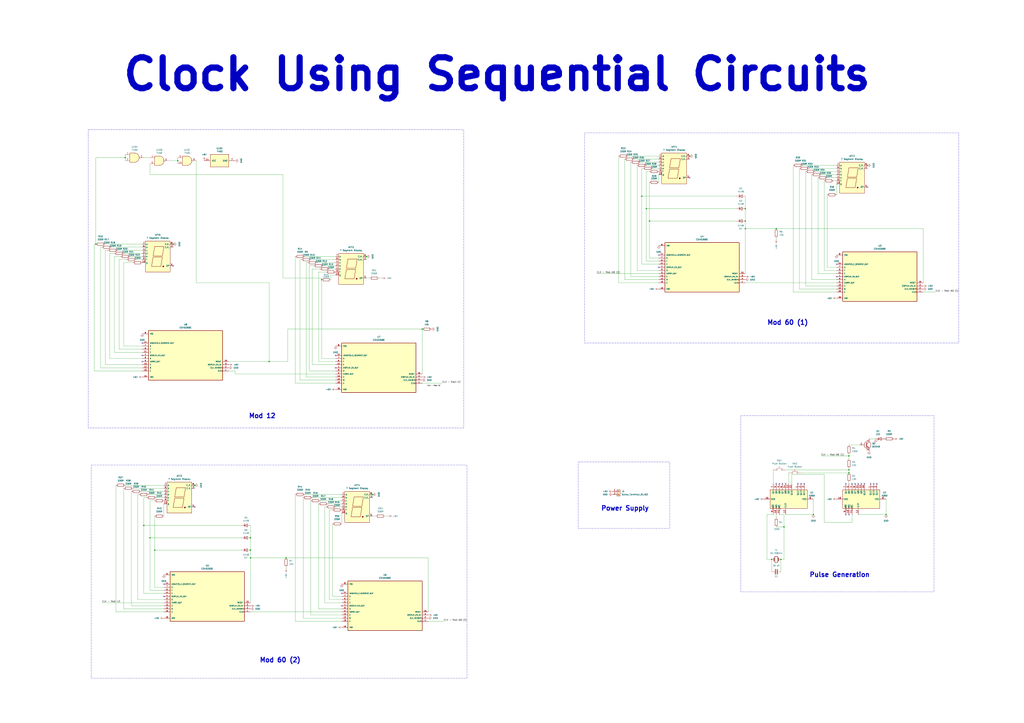
<source format=kicad_sch>
(kicad_sch (version 20250114) (generator "eeschema") (generator_version "9.0")
  (paper "A1")
  (rectangle (start 608.33 341.63) (end 767.08 486.41) (stroke (width 0) (type dash)))
  (rectangle (start 480.06 109.22) (end 787.4 281.94) (stroke (width 0) (type dash)))
  (rectangle (start 74.93 382.27) (end 383.54 557.53) (stroke (width 0) (type dash)))
  (rectangle (start 72.39 106.68) (end 381 351.79) (stroke (width 0) (type dash)))
  (rectangle (start 474.98 379.73) (end 549.91 434.34) (stroke (width 0) (type dash)))
  (text "Pulse Generation" (at 689.61 472.44 0) (effects (font (size 3.81 3.81) (thickness 0.762) (bold yes))))
  (text "Mod 60 (1)" (at 646.938 265.176 0) (effects (font (size 3.81 3.81) (thickness 0.762) (bold yes))))
  (text "CLK - Mod-12" (at 356.362 316.992 0) (effects (font (size 0.889 0.889))))
  (text "Power Supply" (at 513.334 417.83 0) (effects (font (size 3.81 3.81) (thickness 0.762) (bold yes))))
  (text "Clock Using Sequential Circuits" (at 408.178 61.214 0) (effects (font (size 25.4 25.4) (thickness 5.08) (bold yes))))
  (text "Mod 60 (2)" (at 230.124 542.544 0) (effects (font (size 3.81 3.81) (thickness 0.762) (bold yes))))
  (text "Mod 12" (at 215.392 341.884 0) (effects (font (size 3.81 3.81) (thickness 0.762) (bold yes))))
  (junction (at 641.35 459.74))
  (junction (at 533.4 181.61))
  (junction (at 697.23 386.08))
  (junction (at 142.24 200.66))
  (junction (at 612.14 171.45))
  (junction (at 346.71 270.51))
  (junction (at 697.23 374.65))
  (junction (at 300.99 210.82))
  (junction (at 264.16 229.87))
  (junction (at 633.73 459.74))
  (junction (at 205.74 452.12))
  (junction (at 727.71 422.91))
  (junction (at 234.95 458.47))
  (junction (at 127 452.12))
  (junction (at 530.86 171.45))
  (junction (at 527.05 161.29))
  (junction (at 566.42 128.27))
  (junction (at 205.74 441.96))
  (junction (at 306.07 406.4))
  (junction (at 118.11 431.8))
  (junction (at 643.89 433.07))
  (junction (at 612.14 187.96))
  (junction (at 637.54 187.96))
  (junction (at 146.05 132.08))
  (junction (at 220.98 297.18))
  (junction (at 697.23 388.62))
  (junction (at 160.02 398.78))
  (junction (at 712.47 135.89))
  (junction (at 78.74 200.66))
  (junction (at 102.87 129.54))
  (junction (at 668.02 422.91))
  (junction (at 205.74 458.47))
  (junction (at 123.19 441.96))
  (junction (at 612.14 181.61))
  (no_connect (at 116.84 281.94))
  (no_connect (at 566.42 146.05))
  (no_connect (at 160.02 416.56))
  (no_connect (at 142.24 218.44))
  (no_connect (at 116.84 297.18))
  (no_connect (at 640.08 397.51))
  (no_connect (at 116.84 292.1))
  (no_connect (at 687.07 227.33))
  (no_connect (at 717.55 397.51))
  (no_connect (at 694.69 397.51))
  (no_connect (at 709.93 397.51))
  (no_connect (at 655.32 397.51))
  (no_connect (at 637.54 397.51))
  (no_connect (at 275.59 302.26))
  (no_connect (at 642.62 397.51))
  (no_connect (at 707.39 397.51))
  (no_connect (at 704.85 397.51))
  (no_connect (at 541.02 209.55))
  (no_connect (at 657.86 397.51))
  (no_connect (at 720.09 397.51))
  (no_connect (at 712.47 153.67))
  (no_connect (at 280.67 487.68))
  (no_connect (at 699.77 397.51))
  (no_connect (at 134.62 490.22))
  (no_connect (at 694.69 422.91))
  (no_connect (at 134.62 480.06))
  (no_connect (at 275.59 292.1))
  (no_connect (at 687.07 217.17))
  (no_connect (at 697.23 422.91))
  (no_connect (at 280.67 497.84))
  (no_connect (at 715.01 397.51))
  (no_connect (at 541.02 219.71))
  (no_connect (at 702.31 397.51))
  (no_connect (at 645.16 397.51))
  (no_connect (at 660.4 397.51))
  (wire (pts (xy 138.43 132.08) (xy 146.05 132.08)))
  (wire (pts (xy 265.43 218.44) (xy 275.59 218.44)))
  (wire (pts (xy 629.92 459.74) (xy 629.92 422.91)))
  (wire (pts (xy 82.55 302.26) (xy 82.55 203.2)))
  (wire (pts (xy 533.4 212.09) (xy 541.02 212.09)))
  (wire (pts (xy 518.16 227.33) (xy 518.16 133.35)))
  (wire (pts (xy 533.4 181.61) (xy 533.4 212.09)))
  (wire (pts (xy 97.79 287.02) (xy 97.79 213.36)))
  (wire (pts (xy 679.45 160.02) (xy 679.45 219.71)))
  (wire (pts (xy 280.67 505.46) (xy 255.27 505.46)))
  (wire (pts (xy 758.19 240.03) (xy 768.35 240.03)))
  (wire (pts (xy 205.74 431.8) (xy 205.74 441.96)))
  (wire (pts (xy 641.35 459.74) (xy 641.35 469.9)))
  (wire (pts (xy 306.07 424.18) (xy 308.61 424.18)))
  (wire (pts (xy 275.59 297.18) (xy 261.62 297.18)))
  (wire (pts (xy 659.13 135.89) (xy 687.07 135.89)))
  (wire (pts (xy 115.57 403.86) (xy 134.62 403.86)))
  (wire (pts (xy 316.23 424.18) (xy 318.77 424.18)))
  (wire (pts (xy 687.07 224.79) (xy 671.83 224.79)))
  (wire (pts (xy 101.6 500.38) (xy 101.6 401.32)))
  (wire (pts (xy 118.11 487.68) (xy 118.11 431.8)))
  (wire (pts (xy 527.05 217.17) (xy 527.05 161.29)))
  (wire (pts (xy 187.96 304.8) (xy 193.04 304.8)))
  (wire (pts (xy 205.74 495.3) (xy 205.74 458.47)))
  (wire (pts (xy 266.7 416.56) (xy 267.97 416.56)))
  (wire (pts (xy 643.89 459.74) (xy 641.35 459.74)))
  (wire (pts (xy 633.73 459.74) (xy 633.73 469.9)))
  (wire (pts (xy 123.19 411.48) (xy 127 411.48)))
  (wire (pts (xy 346.71 307.34) (xy 346.71 270.51)))
  (wire (pts (xy 280.67 490.22) (xy 273.05 490.22)))
  (wire (pts (xy 650.24 397.51) (xy 650.24 389.89)))
  (wire (pts (xy 187.96 297.18) (xy 220.98 297.18)))
  (wire (pts (xy 697.23 384.81) (xy 697.23 386.08)))
  (wire (pts (xy 612.14 232.41) (xy 687.07 232.41)))
  (wire (pts (xy 530.86 171.45) (xy 604.52 171.45)))
  (wire (pts (xy 713.74 360.68) (xy 718.82 360.68)))
  (wire (pts (xy 656.59 237.49) (xy 656.59 138.43)))
  (wire (pts (xy 635 397.51) (xy 635 386.08)))
  (wire (pts (xy 530.86 214.63) (xy 541.02 214.63)))
  (wire (pts (xy 643.89 433.07) (xy 643.89 459.74)))
  (wire (pts (xy 541.02 227.33) (xy 518.16 227.33)))
  (wire (pts (xy 134.62 492.76) (xy 113.03 492.76)))
  (wire (pts (xy 533.4 149.86) (xy 533.4 181.61)))
  (wire (pts (xy 121.92 406.4) (xy 134.62 406.4)))
  (wire (pts (xy 95.25 502.92) (xy 95.25 398.78)))
  (wire (pts (xy 107.95 497.84) (xy 107.95 403.86)))
  (wire (pts (xy 116.84 299.72) (xy 86.36 299.72)))
  (wire (pts (xy 527.05 161.29) (xy 527.05 138.43)))
  (wire (pts (xy 664.21 138.43) (xy 687.07 138.43)))
  (wire (pts (xy 123.19 485.14) (xy 123.19 441.96)))
  (wire (pts (xy 160.02 398.78) (xy 160.02 401.32)))
  (wire (pts (xy 251.46 215.9) (xy 252.73 215.9)))
  (wire (pts (xy 699.77 429.26) (xy 699.77 422.91)))
  (wire (pts (xy 205.74 458.47) (xy 234.95 458.47)))
  (wire (pts (xy 113.03 492.76) (xy 113.03 406.4)))
  (wire (pts (xy 86.36 200.66) (xy 116.84 200.66)))
  (wire (pts (xy 612.14 187.96) (xy 637.54 187.96)))
  (wire (pts (xy 668.02 410.21) (xy 668.02 422.91)))
  (wire (pts (xy 254 304.8) (xy 254 218.44)))
  (wire (pts (xy 520.7 130.81) (xy 541.02 130.81)))
  (wire (pts (xy 674.37 143.51) (xy 687.07 143.51)))
  (wire (pts (xy 134.62 497.84) (xy 107.95 497.84)))
  (wire (pts (xy 246.38 213.36) (xy 247.65 213.36)))
  (wire (pts (xy 134.62 414.02) (xy 134.62 424.18)))
  (wire (pts (xy 697.23 374.65) (xy 697.23 377.19)))
  (wire (pts (xy 91.44 203.2) (xy 116.84 203.2)))
  (wire (pts (xy 643.89 422.91) (xy 643.89 433.07)))
  (wire (pts (xy 679.45 146.05) (xy 687.07 146.05)))
  (wire (pts (xy 311.15 228.6) (xy 313.69 228.6)))
  (wire (pts (xy 236.22 297.18) (xy 236.22 270.51)))
  (wire (pts (xy 527.05 138.43) (xy 528.32 138.43)))
  (wire (pts (xy 270.51 419.1) (xy 273.05 419.1)))
  (wire (pts (xy 280.67 500.38) (xy 261.62 500.38)))
  (wire (pts (xy 255.27 213.36) (xy 275.59 213.36)))
  (wire (pts (xy 116.84 302.26) (xy 82.55 302.26)))
  (wire (pts (xy 116.84 284.48) (xy 101.6 284.48)))
  (wire (pts (xy 101.6 284.48) (xy 101.6 215.9)))
  (wire (pts (xy 205.74 441.96) (xy 205.74 452.12)))
  (wire (pts (xy 704.85 422.91) (xy 727.71 422.91)))
  (wire (pts (xy 676.91 389.89) (xy 676.91 429.26)))
  (wire (pts (xy 640.08 422.91) (xy 643.89 422.91)))
  (wire (pts (xy 697.23 365.76) (xy 706.12 365.76)))
  (wire (pts (xy 234.95 467.36) (xy 234.95 466.09)))
  (wire (pts (xy 127 424.18) (xy 127 452.12)))
  (wire (pts (xy 530.86 135.89) (xy 541.02 135.89)))
  (wire (pts (xy 205.74 452.12) (xy 205.74 458.47)))
  (wire (pts (xy 758.19 187.96) (xy 758.19 232.41)))
  (wire (pts (xy 161.29 232.41) (xy 220.98 232.41)))
  (wire (pts (xy 123.19 143.51) (xy 123.19 134.62)))
  (wire (pts (xy 128.27 408.94) (xy 134.62 408.94)))
  (wire (pts (xy 220.98 297.18) (xy 236.22 297.18)))
  (wire (pts (xy 671.83 146.05) (xy 671.83 224.79)))
  (wire (pts (xy 254 218.44) (xy 257.81 218.44)))
  (wire (pts (xy 118.11 408.94) (xy 120.65 408.94)))
  (wire (pts (xy 280.67 430.53) (xy 280.67 421.64)))
  (wire (pts (xy 651.51 240.03) (xy 651.51 135.89)))
  (wire (pts (xy 109.22 401.32) (xy 134.62 401.32)))
  (wire (pts (xy 533.4 181.61) (xy 604.52 181.61)))
  (wire (pts (xy 146.05 132.08) (xy 146.05 134.62)))
  (wire (pts (xy 261.62 223.52) (xy 267.97 223.52)))
  (wire (pts (xy 275.59 294.64) (xy 264.16 294.64)))
  (wire (pts (xy 264.16 229.87) (xy 264.16 294.64)))
  (wire (pts (xy 232.41 143.51) (xy 123.19 143.51)))
  (wire (pts (xy 77.47 304.8) (xy 77.47 200.66)))
  (wire (pts (xy 527.05 161.29) (xy 604.52 161.29)))
  (wire (pts (xy 102.87 129.54) (xy 78.74 129.54)))
  (wire (pts (xy 78.74 200.66) (xy 78.74 129.54)))
  (wire (pts (xy 530.86 214.63) (xy 530.86 171.45)))
  (wire (pts (xy 246.38 312.42) (xy 246.38 213.36)))
  (wire (pts (xy 256.54 408.94) (xy 280.67 408.94)))
  (wire (pts (xy 123.19 441.96) (xy 198.12 441.96)))
  (wire (pts (xy 300.99 228.6) (xy 303.53 228.6)))
  (wire (pts (xy 106.68 210.82) (xy 116.84 210.82)))
  (wire (pts (xy 271.78 226.06) (xy 271.78 229.87)))
  (wire (pts (xy 676.91 148.59) (xy 676.91 222.25)))
  (wire (pts (xy 637.54 433.07) (xy 643.89 433.07)))
  (wire (pts (xy 234.95 458.47) (xy 351.79 458.47)))
  (wire (pts (xy 541.02 229.87) (xy 513.08 229.87)))
  (wire (pts (xy 90.17 294.64) (xy 90.17 208.28)))
  (wire (pts (xy 97.79 213.36) (xy 104.14 213.36)))
  (wire (pts (xy 523.24 222.25) (xy 523.24 135.89)))
  (wire (pts (xy 687.07 237.49) (xy 656.59 237.49)))
  (wire (pts (xy 275.59 299.72) (xy 256.54 299.72)))
  (wire (pts (xy 256.54 299.72) (xy 256.54 220.98)))
  (wire (pts (xy 96.52 205.74) (xy 116.84 205.74)))
  (wire (pts (xy 271.78 226.06) (xy 275.59 226.06)))
  (wire (pts (xy 687.07 240.03) (xy 651.51 240.03)))
  (wire (pts (xy 669.29 140.97) (xy 687.07 140.97)))
  (wire (pts (xy 280.67 510.54) (xy 242.57 510.54)))
  (wire (pts (xy 629.92 422.91) (xy 635 422.91)))
  (wire (pts (xy 687.07 229.87) (xy 666.75 229.87)))
  (wire (pts (xy 93.98 289.56) (xy 93.98 210.82)))
  (wire (pts (xy 118.11 431.8) (xy 118.11 408.94)))
  (wire (pts (xy 637.54 422.91) (xy 637.54 425.45)))
  (wire (pts (xy 280.67 508) (xy 248.92 508)))
  (wire (pts (xy 637.54 195.58) (xy 637.54 196.85)))
  (wire (pts (xy 300.99 210.82) (xy 300.99 213.36)))
  (wire (pts (xy 82.55 203.2) (xy 83.82 203.2)))
  (wire (pts (xy 205.74 502.92) (xy 280.67 502.92)))
  (wire (pts (xy 118.11 129.54) (xy 123.19 129.54)))
  (wire (pts (xy 116.84 294.64) (xy 90.17 294.64)))
  (wire (pts (xy 612.14 161.29) (xy 612.14 171.45)))
  (wire (pts (xy 273.05 430.53) (xy 273.05 490.22)))
  (wire (pts (xy 275.59 314.96) (xy 242.57 314.96)))
  (wire (pts (xy 647.7 397.51) (xy 647.7 388.62)))
  (wire (pts (xy 90.17 208.28) (xy 93.98 208.28)))
  (wire (pts (xy 687.07 219.71) (xy 679.45 219.71)))
  (wire (pts (xy 255.27 505.46) (xy 255.27 411.48)))
  (wire (pts (xy 232.41 228.6) (xy 264.16 228.6)))
  (wire (pts (xy 612.14 181.61) (xy 612.14 187.96)))
  (wire (pts (xy 527.05 217.17) (xy 541.02 217.17)))
  (wire (pts (xy 697.23 386.08) (xy 697.23 388.62)))
  (wire (pts (xy 101.6 208.28) (xy 116.84 208.28)))
  (wire (pts (xy 637.54 187.96) (xy 758.19 187.96)))
  (wire (pts (xy 113.03 406.4) (xy 114.3 406.4)))
  (wire (pts (xy 134.62 485.14) (xy 123.19 485.14)))
  (wire (pts (xy 666.75 229.87) (xy 666.75 143.51)))
  (wire (pts (xy 77.47 200.66) (xy 78.74 200.66)))
  (wire (pts (xy 541.02 232.41) (xy 508 232.41)))
  (wire (pts (xy 134.62 500.38) (xy 101.6 500.38)))
  (wire (pts (xy 280.67 495.3) (xy 266.7 495.3)))
  (wire (pts (xy 250.19 210.82) (xy 275.59 210.82)))
  (wire (pts (xy 676.91 429.26) (xy 699.77 429.26)))
  (wire (pts (xy 134.62 502.92) (xy 95.25 502.92)))
  (wire (pts (xy 280.67 492.76) (xy 270.51 492.76)))
  (wire (pts (xy 535.94 138.43) (xy 541.02 138.43)))
  (wire (pts (xy 256.54 220.98) (xy 262.89 220.98)))
  (wire (pts (xy 116.84 287.02) (xy 97.79 287.02)))
  (wire (pts (xy 264.16 229.87) (xy 264.16 228.6)))
  (wire (pts (xy 242.57 314.96) (xy 242.57 210.82)))
  (wire (pts (xy 270.51 419.1) (xy 270.51 492.76)))
  (wire (pts (xy 102.87 127) (xy 102.87 129.54)))
  (wire (pts (xy 530.86 140.97) (xy 533.4 140.97)))
  (wire (pts (xy 193.04 304.8) (xy 193.04 307.34)))
  (wire (pts (xy 248.92 508) (xy 248.92 408.94)))
  (wire (pts (xy 116.84 289.56) (xy 93.98 289.56)))
  (wire (pts (xy 116.84 304.8) (xy 77.47 304.8)))
  (wire (pts (xy 275.59 312.42) (xy 246.38 312.42)))
  (wire (pts (xy 127 482.6) (xy 134.62 482.6)))
  (wire (pts (xy 242.57 510.54) (xy 242.57 406.4)))
  (wire (pts (xy 687.07 160.02) (xy 687.07 151.13)))
  (wire (pts (xy 541.02 222.25) (xy 523.24 222.25)))
  (wire (pts (xy 261.62 500.38) (xy 261.62 414.02)))
  (wire (pts (xy 193.04 307.34) (xy 275.59 307.34)))
  (wire (pts (xy 102.87 129.54) (xy 102.87 132.08)))
  (wire (pts (xy 513.08 229.87) (xy 513.08 130.81)))
  (wire (pts (xy 712.47 135.89) (xy 712.47 138.43)))
  (wire (pts (xy 612.14 171.45) (xy 612.14 181.61)))
  (wire (pts (xy 633.73 459.74) (xy 629.92 459.74)))
  (wire (pts (xy 275.59 309.88) (xy 251.46 309.88)))
  (wire (pts (xy 262.89 411.48) (xy 280.67 411.48)))
  (wire (pts (xy 645.16 386.08) (xy 697.23 386.08)))
  (wire (pts (xy 250.19 406.4) (xy 280.67 406.4)))
  (wire (pts (xy 697.23 373.38) (xy 697.23 374.65)))
  (wire (pts (xy 351.79 458.47) (xy 351.79 502.92)))
  (wire (pts (xy 612.14 224.79) (xy 612.14 187.96)))
  (wire (pts (xy 269.24 414.02) (xy 280.67 414.02)))
  (wire (pts (xy 657.86 388.62) (xy 697.23 388.62)))
  (wire (pts (xy 346.71 314.96) (xy 363.22 314.96)))
  (wire (pts (xy 490.22 224.79) (xy 541.02 224.79)))
  (wire (pts (xy 127 452.12) (xy 127 482.6)))
  (wire (pts (xy 306.07 406.4) (xy 306.07 408.94)))
  (wire (pts (xy 270.51 220.98) (xy 275.59 220.98)))
  (wire (pts (xy 525.78 133.35) (xy 541.02 133.35)))
  (wire (pts (xy 508 232.41) (xy 508 128.27)))
  (wire (pts (xy 123.19 441.96) (xy 123.19 411.48)))
  (wire (pts (xy 530.86 171.45) (xy 530.86 140.97)))
  (wire (pts (xy 697.23 396.24) (xy 697.23 397.51)))
  (wire (pts (xy 220.98 232.41) (xy 220.98 297.18)))
  (wire (pts (xy 351.79 510.54) (xy 364.49 510.54)))
  (wire (pts (xy 161.29 132.08) (xy 161.29 232.41)))
  (wire (pts (xy 86.36 299.72) (xy 86.36 205.74)))
  (wire (pts (xy 102.87 398.78) (xy 134.62 398.78)))
  (wire (pts (xy 83.82 495.3) (xy 134.62 495.3)))
  (wire (pts (xy 515.62 128.27) (xy 541.02 128.27)))
  (wire (pts (xy 684.53 148.59) (xy 687.07 148.59)))
  (wire (pts (xy 645.16 422.91) (xy 668.02 422.91)))
  (wire (pts (xy 232.41 228.6) (xy 232.41 143.51)))
  (wire (pts (xy 275.59 304.8) (xy 254 304.8)))
  (wire (pts (xy 111.76 213.36) (xy 116.84 213.36)))
  (wire (pts (xy 118.11 431.8) (xy 198.12 431.8)))
  (wire (pts (xy 275.59 416.56) (xy 280.67 416.56)))
  (wire (pts (xy 541.02 149.86) (xy 541.02 143.51)))
  (wire (pts (xy 127 452.12) (xy 198.12 452.12)))
  (wire (pts (xy 261.62 297.18) (xy 261.62 223.52)))
  (wire (pts (xy 101.6 215.9) (xy 109.22 215.9)))
  (wire (pts (xy 687.07 234.95) (xy 661.67 234.95)))
  (wire (pts (xy 134.62 487.68) (xy 118.11 487.68)))
  (wire (pts (xy 251.46 309.88) (xy 251.46 215.9)))
  (wire (pts (xy 86.36 205.74) (xy 88.9 205.74)))
  (wire (pts (xy 142.24 200.66) (xy 142.24 203.2)))
  (wire (pts (xy 566.42 128.27) (xy 566.42 130.81)))
  (wire (pts (xy 674.37 374.65) (xy 697.23 374.65)))
  (wire (pts (xy 661.67 234.95) (xy 661.67 140.97)))
  (wire (pts (xy 260.35 215.9) (xy 275.59 215.9)))
  (wire (pts (xy 266.7 416.56) (xy 266.7 495.3)))
  (wire (pts (xy 236.22 270.51) (xy 346.71 270.51)))
  (wire (pts (xy 146.05 129.54) (xy 146.05 132.08)))
  (wire (pts (xy 650.24 389.89) (xy 676.91 389.89)))
  (wire (pts (xy 687.07 222.25) (xy 676.91 222.25)))
  (wire (pts (xy 93.98 210.82) (xy 99.06 210.82)))
  (wire (pts (xy 727.71 410.21) (xy 727.71 422.91)))
  (label "CLK - Mod-60 (2)" (at 490.22 224.79 0))
  (label "CLK - Mod-60 (1)" (at 768.35 240.03 0))
  (label "CLK - Mod-12" (at 363.22 314.96 0))
  (label "CLK - Mod-60 (1)" (at 674.37 374.65 0))
  (label "CLK - Mod-12" (at 83.82 495.3 0))
  (label "CLK - Mod-60 (2)" (at 364.49 510.54 0))
  (symbol (lib_id "power:+6V") (at 637.54 196.85 180) (unit 1)
    (property "Reference" "#PWR017" (effects (hide yes)))
    (property "Value" "+6V" (at 637.5399 200.66 90) (effects (justify left)))
    (property "Description" "Power symbol creates a global label with name \"+6V\"" (effects (hide yes)))
  )
  (symbol (lib_id "Device:Crystal") (at 637.54 459.74 0) (unit 1)
    (property "Reference" "Y1" (at 637.54 452.12 0))
    (property "Value" "32.768kHz" (at 637.54 454.66 0))
    (property "Footprint" "Crystal:Crystal_DS10_D1.0mm_L4.3mm_Vertical" (effects (hide yes)))
    (property "Description" "Two pin crystal" (effects (hide yes)))
  )
  (symbol (lib_id "Device:R") (at 105.41 401.32 90) (unit 1)
    (property "Reference" "R38" (at 105.41 394.97 90))
    (property "Value" "330R" (at 105.41 397.51 90))
    (property "Footprint" "Resistor_SMD:R_0805_2012Metric" (effects (hide yes)))
    (property "Description" "Resistor" (effects (hide yes)))
  )
  (symbol (lib_id "Device:R") (at 276.86 419.1 90) (unit 1)
    (property "Reference" "R49" (at 276.86 412.75 90))
    (property "Value" "330R" (at 276.86 415.29 90))
    (property "Footprint" "Resistor_SMD:R_0805_2012Metric" (effects (hide yes)))
    (property "Description" "Resistor" (effects (hide yes)))
  )
  (symbol (lib_id "CD4026BE:CD4026BE") (at 311.15 302.26 180) (unit 1)
    (property "Reference" "U7" (at 311.15 276.86 0))
    (property "Value" "CD4026BE" (at 311.15 279.4 0))
    (property "Footprint" "Package_DIP:DIP-16_W7.62mm" (effects (hide yes)))
    (property "MF" "Texas Instruments" (effects (hide yes)))
    (property "Description_1" "CMOS Decade Counter/Divider with Decoded 7-Segment Display Outputs and Display Enable" (effects (hide yes)))
    (property "Package" "PDIP-16 Texas Instruments" (effects (hide yes)))
    (property "Price" "None" (effects (hide yes)))
    (property "SnapEDA_Link" "https://www.snapeda.com/parts/CD4026BE/Texas+Instruments/view-part/?ref=snap" (effects (hide yes)))
    (property "MP" "CD4026BE" (effects (hide yes)))
    (property "Availability" "In Stock" (effects (hide yes)))
    (property "Check_prices" "https://www.snapeda.com/parts/CD4026BE/Texas+Instruments/view-part/?ref=eda" (effects (hide yes)))
  )
  (symbol (lib_id "power:GND") (at 275.59 284.48 0) (unit 1)
    (property "Reference" "#PWR029" (effects (hide yes)))
    (property "Value" "GND" (at 275.59 289.56 0))
    (property "Description" "Power symbol creates a global label with name \"GND\" , ground" (effects (hide yes)))
  )
  (symbol (lib_id "power:GND") (at 668.02 422.91 0) (unit 1)
    (property "Reference" "#PWR03" (effects (hide yes)))
    (property "Value" "GND" (at 668.02 427.99 0))
    (property "Description" "Power symbol creates a global label with name \"GND\" , ground" (effects (hide yes)))
  )
  (symbol (lib_id "Device:C") (at 637.54 469.9 90) (unit 1)
    (property "Reference" "C1" (at 637.54 473.71 90))
    (property "Value" "30 pF" (at 637.54 464.82 90))
    (property "Footprint" "Capacitor_SMD:C_0805_2012Metric" (effects (hide yes)))
    (property "Description" "Unpolarized capacitor" (effects (hide yes)))
  )
  (symbol (lib_id "power:GND") (at 713.74 370.84 0) (unit 1)
    (property "Reference" "#PWR05" (effects (hide yes)))
    (property "Value" "GND" (at 713.74 375.92 0))
    (property "Description" "Power symbol creates a global label with name \"GND\" , ground" (effects (hide yes)))
  )
  (symbol (lib_id "power:GND") (at 346.71 312.42 90) (unit 1)
    (property "Reference" "#PWR034" (effects (hide yes)))
    (property "Value" "GND" (at 350.52 312.4199 90) (effects (justify right)))
    (property "Description" "Power symbol creates a global label with name \"GND\" , ground" (effects (hide yes)))
  )
  (symbol (lib_id "Device:R") (at 312.42 424.18 90) (unit 1)
    (property "Reference" "R52" (at 312.42 417.83 90))
    (property "Value" "330R" (at 312.42 420.37 90))
    (property "Footprint" "Resistor_SMD:R_0805_2012Metric" (effects (hide yes)))
    (property "Description" "Resistor" (effects (hide yes)))
  )
  (symbol (lib_id "4xxx:4060") (at 647.7 410.21 90) (unit 1)
    (property "Reference" "U1" (at 666.75 404.7646 90))
    (property "Value" "4060" (at 666.75 407.3046 90))
    (property "Footprint" "Package_SO:SOIC-16_3.9x9.9mm_P1.27mm" (effects (hide yes)))
    (property "Datasheet" "https://www.st.com/resource/en/datasheet/m74hc4060.pdf" (effects (hide yes)))
    (property "Description" "Binary counter (14-stages) and oscillator" (effects (hide yes)))
  )
  (symbol (lib_id "power:GND") (at 205.74 500.38 90) (unit 1)
    (property "Reference" "#PWR023" (effects (hide yes)))
    (property "Value" "GND" (at 209.55 500.3799 90) (effects (justify right)))
    (property "Description" "Power symbol creates a global label with name \"GND\" , ground" (effects (hide yes)))
  )
  (symbol (lib_id "Device:R") (at 256.54 215.9 90) (unit 1)
    (property "Reference" "R10" (at 256.54 209.55 90))
    (property "Value" "330R" (at 256.54 212.09 90))
    (property "Footprint" "Resistor_SMD:R_0805_2012Metric" (effects (hide yes)))
    (property "Description" "Resistor" (effects (hide yes)))
  )
  (symbol (lib_id "Display_Character:LTS-6980HR") (at 293.37 416.56 0) (unit 1)
    (property "Reference" "AFF4" (at 293.37 398.78 0))
    (property "Value" "7 Segment Display" (at 293.37 401.32 0))
    (property "Footprint" "Display_7Segment:7SegmentLED_LTS6760_LTS6780" (effects (hide yes)))
    (property "Datasheet" "http://datasheet.octopart.com/LTS-6960HR-Lite-On-datasheet-11803242.pdf" (effects (hide yes)))
    (property "Description" "DISPLAY 7 SEGMENTS common K, high efficient red" (effects (hide yes)))
  )
  (symbol (lib_id "Device:R") (at 97.79 208.28 90) (unit 1)
    (property "Reference" "R19" (at 97.79 201.93 90))
    (property "Value" "330R" (at 97.79 204.47 90))
    (property "Footprint" "Resistor_SMD:R_0805_2012Metric" (effects (hide yes)))
    (property "Description" "Resistor" (effects (hide yes)))
  )
  (symbol (lib_id "Device:R") (at 637.54 191.77 180) (unit 1)
    (property "Reference" "R6" (at 640.08 190.4999 0) (effects (justify right)))
    (property "Value" "10k" (at 640.08 193.0399 0) (effects (justify right)))
    (property "Footprint" "Resistor_SMD:R_0805_2012Metric" (effects (hide yes)))
    (property "Description" "Resistor" (effects (hide yes)))
  )
  (symbol (lib_id "Device:R") (at 267.97 229.87 270) (unit 1)
    (property "Reference" "R15" (at 267.97 225.806 90))
    (property "Value" "330R" (at 267.97 227.584 90))
    (property "Footprint" "Resistor_SMD:R_0805_2012Metric" (effects (hide yes)))
    (property "Description" "Resistor" (effects (hide yes)))
  )
  (symbol (lib_id "Device:R") (at 655.32 135.89 90) (unit 1)
    (property "Reference" "R30" (at 655.32 129.54 90))
    (property "Value" "330R" (at 655.32 132.08 90))
    (property "Footprint" "Resistor_SMD:R_0805_2012Metric" (effects (hide yes)))
    (property "Description" "Resistor" (effects (hide yes)))
  )
  (symbol (lib_id "Connector:Screw_Terminal_01x02") (at 508 403.86 0) (unit 1)
    (property "Reference" "J1" (at 510.54 403.8599 0) (effects (justify left)))
    (property "Value" "Screw_Terminal_01x02" (at 510.54 406.3999 0) (effects (justify left)))
    (property "Footprint" "TerminalBlock_Phoenix:TerminalBlock_Phoenix_PT-1,5-2-5.0-H_1x02_P5.00mm_Horizontal" (effects (hide yes)))
    (property "Description" "Generic screw terminal, single row, 01x02, script generated (kicad-library-utils/schlib/autogen/connector/)" (effects (hide yes)))
  )
  (symbol (lib_id "Device:LED") (at 722.63 360.68 0) (unit 1)
    (property "Reference" "D1" (at 721.0425 354.33 0))
    (property "Value" "LED" (at 721.0425 356.87 0))
    (property "Footprint" "LED_SMD:LED_0805_2012Metric" (effects (hide yes)))
    (property "Description" "Light emitting diode" (effects (hide yes)))
    (property "Sim.Pins" "1=K 2=A" (effects (hide yes)))
  )
  (symbol (lib_id "power:GND") (at 351.79 508 90) (unit 1)
    (property "Reference" "#PWR028" (effects (hide yes)))
    (property "Value" "GND" (at 355.6 507.9999 90) (effects (justify right)))
    (property "Description" "Power symbol creates a global label with name \"GND\" , ground" (effects (hide yes)))
  )
  (symbol (lib_id "Device:R") (at 697.23 381 0) (unit 1)
    (property "Reference" "R3" (at 699.77 379.7299 0) (effects (justify left)))
    (property "Value" "10k" (at 699.77 382.2699 0) (effects (justify left)))
    (property "Footprint" "Resistor_SMD:R_0805_2012Metric" (effects (hide yes)))
    (property "Description" "Resistor" (effects (hide yes)))
  )
  (symbol (lib_id "Device:R") (at 521.97 133.35 90) (unit 1)
    (property "Reference" "R25" (at 521.97 127 90))
    (property "Value" "330R" (at 521.97 129.54 90))
    (property "Footprint" "Resistor_SMD:R_0805_2012Metric" (effects (hide yes)))
    (property "Description" "Resistor" (effects (hide yes)))
  )
  (symbol (lib_id "Device:R") (at 251.46 213.36 90) (unit 1)
    (property "Reference" "R9" (at 251.46 207.01 90))
    (property "Value" "330R" (at 251.46 209.55 90))
    (property "Footprint" "Resistor_SMD:R_0805_2012Metric" (effects (hide yes)))
    (property "Description" "Resistor" (effects (hide yes)))
  )
  (symbol (lib_id "Device:R") (at 637.54 429.26 180) (unit 1)
    (property "Reference" "R1" (at 639.826 429.26 0) (effects (justify right)))
    (property "Value" "330k" (at 635.762 434.848 0) (effects (justify right)))
    (property "Footprint" "Resistor_SMD:R_0805_2012Metric" (effects (hide yes)))
    (property "Description" "Resistor" (effects (hide yes)))
  )
  (symbol (lib_id "Device:R") (at 697.23 369.57 0) (unit 1)
    (property "Reference" "R4" (at 699.77 368.2999 0) (effects (justify left)))
    (property "Value" "100k" (at 699.77 370.8399 0) (effects (justify left)))
    (property "Footprint" "Resistor_SMD:R_0805_2012Metric" (effects (hide yes)))
    (property "Description" "Resistor" (effects (hide yes)))
  )
  (symbol (lib_id "Device:R") (at 680.72 148.59 90) (unit 1)
    (property "Reference" "R35" (at 680.72 142.24 90))
    (property "Value" "330R" (at 680.72 144.78 90))
    (property "Footprint" "Resistor_SMD:R_0805_2012Metric" (effects (hide yes)))
    (property "Description" "Resistor" (effects (hide yes)))
  )
  (symbol (lib_id "power:GND") (at 116.84 274.32 0) (unit 1)
    (property "Reference" "#PWR035" (effects (hide yes)))
    (property "Value" "GND" (at 116.84 279.4 0))
    (property "Description" "Power symbol creates a global label with name \"GND\" , ground" (effects (hide yes)))
  )
  (symbol (lib_id "power:GND") (at 727.71 422.91 0) (unit 1)
    (property "Reference" "#PWR04" (effects (hide yes)))
    (property "Value" "GND" (at 727.71 427.99 0))
    (property "Description" "Power symbol creates a global label with name \"GND\" , ground" (effects (hide yes)))
  )
  (symbol (lib_id "Device:D_Zener") (at 201.93 452.12 0) (unit 1)
    (property "Reference" "D7" (at 201.93 458.47 0))
    (property "Value" "4148" (at 201.93 455.93 0))
    (property "Footprint" "Diode_THT:D_DO-35_SOD27_P7.62mm_Horizontal" (effects (hide yes)))
    (property "Description" "Zener diode" (effects (hide yes)))
  )
  (symbol (lib_id "power:+6V") (at 275.59 320.04 90) (unit 1)
    (property "Reference" "#PWR030" (effects (hide yes)))
    (property "Value" "+6V" (at 271.78 320.0399 90) (effects (justify left)))
    (property "Description" "Power symbol creates a global label with name \"+6V\"" (effects (hide yes)))
  )
  (symbol (lib_id "power:GND") (at 502.92 406.4 270) (unit 1)
    (property "Reference" "#PWR043" (effects (hide yes)))
    (property "Value" "GND" (at 499.11 406.3999 90) (effects (justify right)))
    (property "Description" "Power symbol creates a global label with name \"GND\" , ground" (effects (hide yes)))
  )
  (symbol (lib_id "power:+6V") (at 541.02 237.49 90) (unit 1)
    (property "Reference" "#PWR09" (effects (hide yes)))
    (property "Value" "+6V" (at 537.21 237.4899 90) (effects (justify left)))
    (property "Description" "Power symbol creates a global label with name \"+6V\"" (effects (hide yes)))
  )
  (symbol (lib_id "power:GND") (at 187.96 302.26 90) (unit 1)
    (property "Reference" "#PWR040" (effects (hide yes)))
    (property "Value" "GND" (at 191.77 302.2599 90) (effects (justify right)))
    (property "Description" "Power symbol creates a global label with name \"GND\" , ground" (effects (hide yes)))
  )
  (symbol (lib_id "power:GND") (at 134.62 472.44 0) (unit 1)
    (property "Reference" "#PWR018" (effects (hide yes)))
    (property "Value" "GND" (at 134.62 477.52 0))
    (property "Description" "Power symbol creates a global label with name \"GND\" , ground" (effects (hide yes)))
  )
  (symbol (lib_id "power:GND") (at 160.02 398.78 90) (unit 1)
    (property "Reference" "#PWR020" (effects (hide yes)))
    (property "Value" "GND" (at 165.1 398.78 0))
    (property "Description" "Power symbol creates a global label with name \"GND\" , ground" (effects (hide yes)))
  )
  (symbol (lib_id "Device:D_Zener") (at 201.93 431.8 0) (unit 1)
    (property "Reference" "D5" (at 201.93 425.45 0))
    (property "Value" "4148" (at 201.93 427.99 0))
    (property "Footprint" "Diode_THT:D_DO-35_SOD27_P7.62mm_Horizontal" (effects (hide yes)))
    (property "Description" "Zener diode" (effects (hide yes)))
  )
  (symbol (lib_id "74xx:7400") (at 153.67 132.08 0) (unit 3)
    (property "Reference" "U10" (at 153.6617 123.19 0))
    (property "Value" "7400" (at 153.6617 125.73 0))
    (property "Footprint" "Package_DIP:DIP-14_W10.16mm" (effects (hide yes)))
    (property "Datasheet" "http://www.ti.com/lit/gpn/sn7400" (effects (hide yes)))
    (property "Description" "quad 2-input NAND gate" (effects (hide yes)))
  )
  (symbol (lib_id "Device:R") (at 532.13 138.43 90) (unit 1)
    (property "Reference" "R27" (at 532.13 132.08 90))
    (property "Value" "330R" (at 532.13 134.62 90))
    (property "Footprint" "Resistor_SMD:R_0805_2012Metric" (effects (hide yes)))
    (property "Description" "Resistor" (effects (hide yes)))
  )
  (symbol (lib_id "Device:R") (at 527.05 135.89 90) (unit 1)
    (property "Reference" "R26" (at 527.05 129.54 90))
    (property "Value" "330R" (at 527.05 132.08 90))
    (property "Footprint" "Resistor_SMD:R_0805_2012Metric" (effects (hide yes)))
    (property "Description" "Resistor" (effects (hide yes)))
  )
  (symbol (lib_id "power:+6V") (at 687.07 410.21 90) (unit 1)
    (property "Reference" "#PWR02" (effects (hide yes)))
    (property "Value" "+6V" (at 683.26 410.2099 90) (effects (justify left)))
    (property "Description" "Power symbol creates a global label with name \"+6V\"" (effects (hide yes)))
  )
  (symbol (lib_id "Transistor_BJT:BC548") (at 711.2 365.76 0) (unit 1)
    (property "Reference" "Q2" (at 716.28 364.4899 0) (effects (justify left)))
    (property "Value" "BC548" (at 716.28 367.0299 0) (effects (justify left)))
    (property "Footprint" "Package_TO_SOT_THT:TO-92_Inline" (effects (hide yes)))
    (property "Datasheet" "https://www.onsemi.com/pub/Collateral/BC550-D.pdf" (effects (hide yes)))
    (property "Description" "0.1A Ic, 30V Vce, Small Signal NPN Transistor, TO-92" (effects (hide yes)))
  )
  (symbol (lib_id "Device:R") (at 271.78 416.56 90) (unit 1)
    (property "Reference" "R48" (at 271.78 410.21 90))
    (property "Value" "330R" (at 271.78 412.75 90))
    (property "Footprint" "Resistor_SMD:R_0805_2012Metric" (effects (hide yes)))
    (property "Description" "Resistor" (effects (hide yes)))
  )
  (symbol (lib_id "Device:R") (at 87.63 203.2 90) (unit 1)
    (property "Reference" "R17" (at 87.63 196.85 90))
    (property "Value" "330R" (at 87.63 199.39 90))
    (property "Footprint" "Resistor_SMD:R_0805_2012Metric" (effects (hide yes)))
    (property "Description" "Resistor" (effects (hide yes)))
  )
  (symbol (lib_id "Display_Character:LTS-6980HR") (at 288.29 220.98 0) (unit 1)
    (property "Reference" "AFF5" (at 288.29 203.2 0))
    (property "Value" "7 Segment Display" (at 288.29 205.74 0))
    (property "Footprint" "Display_7Segment:7SegmentLED_LTS6760_LTS6780" (effects (hide yes)))
    (property "Datasheet" "http://datasheet.octopart.com/LTS-6960HR-Lite-On-datasheet-11803242.pdf" (effects (hide yes)))
    (property "Description" "DISPLAY 7 SEGMENTS common K, high efficient red" (effects (hide yes)))
  )
  (symbol (lib_id "Device:R") (at 234.95 462.28 180) (unit 1)
    (property "Reference" "R7" (at 237.49 461.0099 0) (effects (justify right)))
    (property "Value" "10k" (at 237.49 463.5499 0) (effects (justify right)))
    (property "Footprint" "Resistor_SMD:R_0805_2012Metric" (effects (hide yes)))
    (property "Description" "Resistor" (effects (hide yes)))
  )
  (symbol (lib_id "Device:R") (at 246.38 210.82 270) (unit 1)
    (property "Reference" "R14" (at 246.38 204.47 90))
    (property "Value" "330R" (at 246.38 207.01 90))
    (property "Footprint" "Resistor_SMD:R_0805_2012Metric" (effects (hide yes)))
    (property "Description" "Resistor" (effects (hide yes)))
  )
  (symbol (lib_id "power:+6V") (at 116.84 309.88 90) (unit 1)
    (property "Reference" "#PWR036" (effects (hide yes)))
    (property "Value" "+6V" (at 113.03 309.8799 90) (effects (justify left)))
    (property "Description" "Power symbol creates a global label with name \"+6V\"" (effects (hide yes)))
  )
  (symbol (lib_id "Device:R") (at 265.43 414.02 90) (unit 1)
    (property "Reference" "R47" (at 265.43 407.67 90))
    (property "Value" "330R" (at 265.43 410.21 90))
    (property "Footprint" "Resistor_SMD:R_0805_2012Metric" (effects (hide yes)))
    (property "Description" "Resistor" (effects (hide yes)))
  )
  (symbol (lib_id "power:+6V") (at 187.96 299.72 270) (unit 1)
    (property "Reference" "#PWR039" (effects (hide yes)))
    (property "Value" "+6V" (at 191.77 299.7199 90) (effects (justify left)))
    (property "Description" "Power symbol creates a global label with name \"+6V\"" (effects (hide yes)))
  )
  (symbol (lib_id "power:+6V") (at 167.64 132.08 0) (unit 1)
    (property "Reference" "#PWR041" (effects (hide yes)))
    (property "Value" "+6V" (at 167.64 127 0))
    (property "Description" "Power symbol creates a global label with name \"+6V\"" (effects (hide yes)))
  )
  (symbol (lib_id "power:GND") (at 193.04 132.08 90) (unit 1)
    (property "Reference" "#PWR038" (effects (hide yes)))
    (property "Value" "GND" (at 198.12 132.08 0))
    (property "Description" "Power symbol creates a global label with name \"GND\" , ground" (effects (hide yes)))
  )
  (symbol (lib_id "Device:D_Zener") (at 608.33 161.29 0) (unit 1)
    (property "Reference" "D2" (at 608.33 154.94 0))
    (property "Value" "4148" (at 608.33 157.48 0))
    (property "Footprint" "Diode_THT:D_DO-35_SOD27_P7.62mm_Horizontal" (effects (hide yes)))
    (property "Description" "Zener diode" (effects (hide yes)))
  )
  (symbol (lib_id "Device:R") (at 670.56 143.51 90) (unit 1)
    (property "Reference" "R33" (at 670.56 137.16 90))
    (property "Value" "330R" (at 670.56 139.7 90))
    (property "Footprint" "Resistor_SMD:R_0805_2012Metric" (effects (hide yes)))
    (property "Description" "Resistor" (effects (hide yes)))
  )
  (symbol (lib_id "Device:R") (at 82.55 200.66 90) (unit 1)
    (property "Reference" "R16" (at 82.55 194.31 90))
    (property "Value" "330R" (at 82.55 196.85 90))
    (property "Footprint" "Resistor_SMD:R_0805_2012Metric" (effects (hide yes)))
    (property "Description" "Resistor" (effects (hide yes)))
  )
  (symbol (lib_id "Device:R") (at 271.78 223.52 90) (unit 1)
    (property "Reference" "R13" (at 271.78 217.17 90))
    (property "Value" "330R" (at 271.78 219.71 90))
    (property "Footprint" "Resistor_SMD:R_0805_2012Metric" (effects (hide yes)))
    (property "Description" "Resistor" (effects (hide yes)))
  )
  (symbol (lib_id "CD4026BE:CD4026BE") (at 722.63 227.33 180) (unit 1)
    (property "Reference" "U3" (at 722.63 201.93 0))
    (property "Value" "CD4026BE" (at 722.63 204.47 0))
    (property "Footprint" "Package_DIP:DIP-16_W7.62mm" (effects (hide yes)))
    (property "MF" "Texas Instruments" (effects (hide yes)))
    (property "Description_1" "CMOS Decade Counter/Divider with Decoded 7-Segment Display Outputs and Display Enable" (effects (hide yes)))
    (property "Package" "PDIP-16 Texas Instruments" (effects (hide yes)))
    (property "Price" "None" (effects (hide yes)))
    (property "SnapEDA_Link" "https://www.snapeda.com/parts/CD4026BE/Texas+Instruments/view-part/?ref=snap" (effects (hide yes)))
    (property "MP" "CD4026BE" (effects (hide yes)))
    (property "Availability" "In Stock" (effects (hide yes)))
    (property "Check_prices" "https://www.snapeda.com/parts/CD4026BE/Texas+Instruments/view-part/?ref=eda" (effects (hide yes)))
  )
  (symbol (lib_id "power:+6V") (at 313.69 228.6 270) (unit 1)
    (property "Reference" "#PWR044" (effects (hide yes)))
    (property "Value" "+6V" (at 317.5 228.5999 90) (effects (justify left)))
    (property "Description" "Power symbol creates a global label with name \"+6V\"" (effects (hide yes)))
  )
  (symbol (lib_id "Device:R") (at 102.87 210.82 90) (unit 1)
    (property "Reference" "R20" (at 102.87 204.47 90))
    (property "Value" "330R" (at 102.87 207.01 90))
    (property "Footprint" "Resistor_SMD:R_0805_2012Metric" (effects (hide yes)))
    (property "Description" "Resistor" (effects (hide yes)))
  )
  (symbol (lib_id "CD4026BE:CD4026BE") (at 316.23 497.84 180) (unit 1)
    (property "Reference" "U6" (at 316.23 472.44 0))
    (property "Value" "CD4026BE" (at 316.23 474.98 0))
    (property "Footprint" "Package_DIP:DIP-16_W7.62mm" (effects (hide yes)))
    (property "MF" "Texas Instruments" (effects (hide yes)))
    (property "Description_1" "CMOS Decade Counter/Divider with Decoded 7-Segment Display Outputs and Display Enable" (effects (hide yes)))
    (property "Package" "PDIP-16 Texas Instruments" (effects (hide yes)))
    (property "Price" "None" (effects (hide yes)))
    (property "SnapEDA_Link" "https://www.snapeda.com/parts/CD4026BE/Texas+Instruments/view-part/?ref=snap" (effects (hide yes)))
    (property "MP" "CD4026BE" (effects (hide yes)))
    (property "Availability" "In Stock" (effects (hide yes)))
    (property "Check_prices" "https://www.snapeda.com/parts/CD4026BE/Texas+Instruments/view-part/?ref=eda" (effects (hide yes)))
  )
  (symbol (lib_id "Device:R") (at 697.23 392.43 0) (unit 1)
    (property "Reference" "R2" (at 699.77 391.1599 0) (effects (justify left)))
    (property "Value" "10k" (at 699.77 393.6999 0) (effects (justify left)))
    (property "Footprint" "Resistor_SMD:R_0805_2012Metric" (effects (hide yes)))
    (property "Description" "Resistor" (effects (hide yes)))
  )
  (symbol (lib_id "power:+6V") (at 280.67 515.62 90) (unit 1)
    (property "Reference" "#PWR025" (effects (hide yes)))
    (property "Value" "+6V" (at 276.86 515.6199 90) (effects (justify left)))
    (property "Description" "Power symbol creates a global label with name \"+6V\"" (effects (hide yes)))
  )
  (symbol (lib_id "power:+6V") (at 758.19 234.95 270) (unit 1)
    (property "Reference" "#PWR07" (effects (hide yes)))
    (property "Value" "+6V" (at 762 234.9499 90) (effects (justify left)))
    (property "Description" "Power symbol creates a global label with name \"+6V\"" (effects (hide yes)))
  )
  (symbol (lib_id "power:+6V") (at 205.74 497.84 270) (unit 1)
    (property "Reference" "#PWR022" (effects (hide yes)))
    (property "Value" "+6V" (at 209.55 497.8399 90) (effects (justify left)))
    (property "Description" "Power symbol creates a global label with name \"+6V\"" (effects (hide yes)))
  )
  (symbol (lib_id "Device:R") (at 683.26 160.02 90) (unit 1)
    (property "Reference" "R36" (at 683.26 153.67 90))
    (property "Value" "330R" (at 683.26 156.21 90))
    (property "Footprint" "Resistor_SMD:R_0805_2012Metric" (effects (hide yes)))
    (property "Description" "Resistor" (effects (hide yes)))
  )
  (symbol (lib_id "power:+6V") (at 234.95 467.36 180) (unit 1)
    (property "Reference" "#PWR021" (effects (hide yes)))
    (property "Value" "+6V" (at 234.9499 471.17 90) (effects (justify left)))
    (property "Description" "Power symbol creates a global label with name \"+6V\"" (effects (hide yes)))
  )
  (symbol (lib_id "Device:R") (at 516.89 130.81 90) (unit 1)
    (property "Reference" "R24" (at 516.89 124.46 90))
    (property "Value" "330R" (at 516.89 127 90))
    (property "Footprint" "Resistor_SMD:R_0805_2012Metric" (effects (hide yes)))
    (property "Description" "Resistor" (effects (hide yes)))
  )
  (symbol (lib_id "Device:R") (at 537.21 140.97 90) (unit 1)
    (property "Reference" "R28" (at 537.21 134.62 90))
    (property "Value" "330R" (at 537.21 137.16 90))
    (property "Footprint" "Resistor_SMD:R_0805_2012Metric" (effects (hide yes)))
    (property "Description" "Resistor" (effects (hide yes)))
  )
  (symbol (lib_id "power:GND") (at 612.14 229.87 90) (unit 1)
    (property "Reference" "#PWR011" (effects (hide yes)))
    (property "Value" "GND" (at 615.95 229.8699 90) (effects (justify right)))
    (property "Description" "Power symbol creates a global label with name \"GND\" , ground" (effects (hide yes)))
  )
  (symbol (lib_id "74xx:7400") (at 180.34 132.08 90) (unit 5)
    (property "Reference" "U10" (at 180.34 121.92 90))
    (property "Value" "7400" (at 180.34 124.46 90))
    (property "Footprint" "Package_DIP:DIP-14_W10.16mm" (effects (hide yes)))
    (property "Datasheet" "http://www.ti.com/lit/gpn/sn7400" (effects (hide yes)))
    (property "Description" "quad 2-input NAND gate" (effects (hide yes)))
  )
  (symbol (lib_id "Display_Character:LTS-6980HR") (at 129.54 210.82 0) (unit 1)
    (property "Reference" "AFF6" (at 129.54 193.04 0))
    (property "Value" "7 Segment Display" (at 129.54 195.58 0))
    (property "Footprint" "Display_7Segment:7SegmentLED_LTS6760_LTS6780" (effects (hide yes)))
    (property "Datasheet" "http://datasheet.octopart.com/LTS-6960HR-Lite-On-datasheet-11803242.pdf" (effects (hide yes)))
    (property "Description" "DISPLAY 7 SEGMENTS common K, high efficient red" (effects (hide yes)))
  )
  (symbol (lib_id "power:+6V") (at 612.14 227.33 270) (unit 1)
    (property "Reference" "#PWR010" (effects (hide yes)))
    (property "Value" "+6V" (at 615.95 227.3299 90) (effects (justify left)))
    (property "Description" "Power symbol creates a global label with name \"+6V\"" (effects (hide yes)))
  )
  (symbol (lib_id "power:+6V") (at 346.71 309.88 270) (unit 1)
    (property "Reference" "#PWR033" (effects (hide yes)))
    (property "Value" "+6V" (at 350.52 309.8799 90) (effects (justify left)))
    (property "Description" "Power symbol creates a global label with name \"+6V\"" (effects (hide yes)))
  )
  (symbol (lib_id "Device:R") (at 665.48 140.97 90) (unit 1)
    (property "Reference" "R32" (at 665.48 134.62 90))
    (property "Value" "330R" (at 665.48 137.16 90))
    (property "Footprint" "Resistor_SMD:R_0805_2012Metric" (effects (hide yes)))
    (property "Description" "Resistor" (effects (hide yes)))
  )
  (symbol (lib_id "power:GND") (at 300.99 210.82 90) (unit 1)
    (property "Reference" "#PWR031" (effects (hide yes)))
    (property "Value" "GND" (at 306.07 210.82 0))
    (property "Description" "Power symbol creates a global label with name \"GND\" , ground" (effects (hide yes)))
  )
  (symbol (lib_id "power:GND") (at 541.02 201.93 0) (unit 1)
    (property "Reference" "#PWR012" (effects (hide yes)))
    (property "Value" "GND" (at 541.02 207.01 0))
    (property "Description" "Power symbol creates a global label with name \"GND\" , ground" (effects (hide yes)))
  )
  (symbol (lib_id "Device:R") (at 276.86 430.53 90) (unit 1)
    (property "Reference" "R50" (at 276.86 424.18 90))
    (property "Value" "330R" (at 276.86 426.72 90))
    (property "Footprint" "Resistor_SMD:R_0805_2012Metric" (effects (hide yes)))
    (property "Description" "Resistor" (effects (hide yes)))
  )
  (symbol (lib_id "Device:R") (at 111.76 403.86 90) (unit 1)
    (property "Reference" "R39" (at 111.76 397.51 90))
    (property "Value" "330R" (at 111.76 400.05 90))
    (property "Footprint" "Resistor_SMD:R_0805_2012Metric" (effects (hide yes)))
    (property "Description" "Resistor" (effects (hide yes)))
  )
  (symbol (lib_id "Device:D_Zener") (at 608.33 181.61 0) (unit 1)
    (property "Reference" "D4" (at 608.33 187.96 0))
    (property "Value" "4148" (at 608.33 185.42 0))
    (property "Footprint" "Diode_THT:D_DO-35_SOD27_P7.62mm_Horizontal" (effects (hide yes)))
    (property "Description" "Zener diode" (effects (hide yes)))
  )
  (symbol (lib_id "power:GND") (at 758.19 237.49 90) (unit 1)
    (property "Reference" "#PWR014" (effects (hide yes)))
    (property "Value" "GND" (at 762 237.4899 90) (effects (justify right)))
    (property "Description" "Power symbol creates a global label with name \"GND\" , ground" (effects (hide yes)))
  )
  (symbol (lib_id "Device:R") (at 113.03 215.9 90) (unit 1)
    (property "Reference" "R22" (at 113.03 209.55 90))
    (property "Value" "330R" (at 113.03 212.09 90))
    (property "Footprint" "Resistor_SMD:R_0805_2012Metric" (effects (hide yes)))
    (property "Description" "Resistor" (effects (hide yes)))
  )
  (symbol (lib_id "power:GND") (at 354.33 270.51 90) (unit 1)
    (property "Reference" "#PWR032" (effects (hide yes)))
    (property "Value" "GND" (at 359.41 270.51 0))
    (property "Description" "Power symbol creates a global label with name \"GND\" , ground" (effects (hide yes)))
  )
  (symbol (lib_id "Device:R") (at 307.34 228.6 90) (unit 1)
    (property "Reference" "R51" (at 307.34 222.25 90))
    (property "Value" "330R" (at 307.34 224.79 90))
    (property "Footprint" "Resistor_SMD:R_0805_2012Metric" (effects (hide yes)))
    (property "Description" "Resistor" (effects (hide yes)))
  )
  (symbol (lib_id "power:+6V") (at 351.79 505.46 270) (unit 1)
    (property "Reference" "#PWR027" (effects (hide yes)))
    (property "Value" "+6V" (at 355.6 505.4599 90) (effects (justify left)))
    (property "Description" "Power symbol creates a global label with name \"+6V\"" (effects (hide yes)))
  )
  (symbol (lib_id "power:GND") (at 712.47 135.89 90) (unit 1)
    (property "Reference" "#PWR015" (effects (hide yes)))
    (property "Value" "GND" (at 717.55 135.89 0))
    (property "Description" "Power symbol creates a global label with name \"GND\" , ground" (effects (hide yes)))
  )
  (symbol (lib_id "power:+6V") (at 318.77 424.18 270) (unit 1)
    (property "Reference" "#PWR045" (effects (hide yes)))
    (property "Value" "+6V" (at 322.58 424.1799 90) (effects (justify left)))
    (property "Description" "Power symbol creates a global label with name \"+6V\"" (effects (hide yes)))
  )
  (symbol (lib_id "Device:R") (at 511.81 128.27 90) (unit 1)
    (property "Reference" "R23" (at 511.81 121.92 90))
    (property "Value" "330R" (at 511.81 124.46 90))
    (property "Footprint" "Resistor_SMD:R_0805_2012Metric" (effects (hide yes)))
    (property "Description" "Resistor" (effects (hide yes)))
  )
  (symbol (lib_id "Device:R") (at 130.81 424.18 90) (unit 1)
    (property "Reference" "R43" (at 130.81 417.83 90))
    (property "Value" "330R" (at 130.81 420.37 90))
    (property "Footprint" "Resistor_SMD:R_0805_2012Metric" (effects (hide yes)))
    (property "Description" "Resistor" (effects (hide yes)))
  )
  (symbol (lib_id "Device:R") (at 730.25 360.68 90) (unit 1)
    (property "Reference" "R5" (at 730.25 354.33 90))
    (property "Value" "330R" (at 730.25 356.87 90))
    (property "Footprint" "Resistor_SMD:R_0805_2012Metric" (effects (hide yes)))
    (property "Description" "Resistor" (effects (hide yes)))
  )
  (symbol (lib_id "power:+6V") (at 687.07 245.11 90) (unit 1)
    (property "Reference" "#PWR08" (effects (hide yes)))
    (property "Value" "+6V" (at 683.26 245.1099 90) (effects (justify left)))
    (property "Description" "Power symbol creates a global label with name \"+6V\"" (effects (hide yes)))
  )
  (symbol (lib_id "Device:R") (at 130.81 411.48 90) (unit 1)
    (property "Reference" "R42" (at 130.81 405.13 90))
    (property "Value" "330R" (at 130.81 407.67 90))
    (property "Footprint" "Resistor_SMD:R_0805_2012Metric" (effects (hide yes)))
    (property "Description" "Resistor" (effects (hide yes)))
  )
  (symbol (lib_id "Device:R") (at 246.38 406.4 90) (unit 1)
    (property "Reference" "R44" (at 246.38 400.05 90))
    (property "Value" "330R" (at 246.38 402.59 90))
    (property "Footprint" "Resistor_SMD:R_0805_2012Metric" (effects (hide yes)))
    (property "Description" "Resistor" (effects (hide yes)))
  )
  (symbol (lib_id "Device:R") (at 124.46 408.94 90) (unit 1)
    (property "Reference" "R41" (at 124.46 402.59 90))
    (property "Value" "330R" (at 124.46 405.13 90))
    (property "Footprint" "Resistor_SMD:R_0805_2012Metric" (effects (hide yes)))
    (property "Description" "Resistor" (effects (hide yes)))
  )
  (symbol (lib_id "Device:R") (at 99.06 398.78 90) (unit 1)
    (property "Reference" "R37" (at 99.06 392.43 90))
    (property "Value" "330R" (at 99.06 394.97 90))
    (property "Footprint" "Resistor_SMD:R_0805_2012Metric" (effects (hide yes)))
    (property "Description" "Resistor" (effects (hide yes)))
  )
  (symbol (lib_id "power:GND") (at 687.07 209.55 0) (unit 1)
    (property "Reference" "#PWR013" (effects (hide yes)))
    (property "Value" "GND" (at 687.07 214.63 0))
    (property "Description" "Power symbol creates a global label with name \"GND\" , ground" (effects (hide yes)))
  )
  (symbol (lib_id "CD4026BE:CD4026BE") (at 170.18 490.22 180) (unit 1)
    (property "Reference" "U5" (at 170.18 464.82 0))
    (property "Value" "CD4026BE" (at 170.18 467.36 0))
    (property "Footprint" "Package_DIP:DIP-16_W7.62mm" (effects (hide yes)))
    (property "MF" "Texas Instruments" (effects (hide yes)))
    (property "Description_1" "CMOS Decade Counter/Divider with Decoded 7-Segment Display Outputs and Display Enable" (effects (hide yes)))
    (property "Package" "PDIP-16 Texas Instruments" (effects (hide yes)))
    (property "Price" "None" (effects (hide yes)))
    (property "SnapEDA_Link" "https://www.snapeda.com/parts/CD4026BE/Texas+Instruments/view-part/?ref=snap" (effects (hide yes)))
    (property "MP" "CD4026BE" (effects (hide yes)))
    (property "Availability" "In Stock" (effects (hide yes)))
    (property "Check_prices" "https://www.snapeda.com/parts/CD4026BE/Texas+Instruments/view-part/?ref=eda" (effects (hide yes)))
  )
  (symbol (lib_id "Device:D_Zener") (at 201.93 441.96 0) (unit 1)
    (property "Reference" "D6" (at 201.93 435.61 0))
    (property "Value" "4148" (at 201.93 438.15 0))
    (property "Footprint" "Diode_THT:D_DO-35_SOD27_P7.62mm_Horizontal" (effects (hide yes)))
    (property "Description" "Zener diode" (effects (hide yes)))
  )
  (symbol (lib_id "power:+6V") (at 627.38 410.21 90) (unit 1)
    (property "Reference" "#PWR01" (effects (hide yes)))
    (property "Value" "+6V" (at 623.57 410.2099 90) (effects (justify left)))
    (property "Description" "Power symbol creates a global label with name \"+6V\"" (effects (hide yes)))
  )
  (symbol (lib_id "Device:R") (at 92.71 205.74 90) (unit 1)
    (property "Reference" "R18" (at 92.71 199.39 90))
    (property "Value" "330R" (at 92.71 201.93 90))
    (property "Footprint" "Resistor_SMD:R_0805_2012Metric" (effects (hide yes)))
    (property "Description" "Resistor" (effects (hide yes)))
  )
  (symbol (lib_id "Device:R") (at 107.95 213.36 90) (unit 1)
    (property "Reference" "R21" (at 107.95 207.01 90))
    (property "Value" "330R" (at 107.95 209.55 90))
    (property "Footprint" "Resistor_SMD:R_0805_2012Metric" (effects (hide yes)))
    (property "Description" "Resistor" (effects (hide yes)))
  )
  (symbol (lib_id "74xx:7400") (at 130.81 132.08 0) (unit 2)
    (property "Reference" "U10" (at 130.8017 123.19 0))
    (property "Value" "7400" (at 130.8017 125.73 0))
    (property "Footprint" "Package_DIP:DIP-14_W10.16mm" (effects (hide yes)))
    (property "Datasheet" "http://www.ti.com/lit/gpn/sn7400" (effects (hide yes)))
    (property "Description" "quad 2-input NAND gate" (effects (hide yes)))
  )
  (symbol (lib_id "Display_Character:LTS-6980HR") (at 147.32 408.94 0) (unit 1)
    (property "Reference" "AFF3" (at 147.32 391.16 0))
    (property "Value" "7 Segment Display" (at 147.32 393.7 0))
    (property "Footprint" "Display_7Segment:7SegmentLED_LTS6760_LTS6780" (effects (hide yes)))
    (property "Datasheet" "http://datasheet.octopart.com/LTS-6960HR-Lite-On-datasheet-11803242.pdf" (effects (hide yes)))
    (property "Description" "DISPLAY 7 SEGMENTS common K, high efficient red" (effects (hide yes)))
  )
  (symbol (lib_id "power:+6V") (at 502.92 403.86 90) (unit 1)
    (property "Reference" "#PWR042" (effects (hide yes)))
    (property "Value" "+6V" (at 499.11 403.8599 90) (effects (justify left)))
    (property "Description" "Power symbol creates a global label with name \"+6V\"" (effects (hide yes)))
  )
  (symbol (lib_id "Device:R") (at 537.21 149.86 90) (unit 1)
    (property "Reference" "R29" (at 537.21 144.78 90))
    (property "Value" "330R" (at 537.21 146.812 90))
    (property "Footprint" "Resistor_SMD:R_0805_2012Metric" (effects (hide yes)))
    (property "Description" "Resistor" (effects (hide yes)))
  )
  (symbol (lib_id "CD4026BE:CD4026BE") (at 152.4 292.1 180) (unit 1)
    (property "Reference" "U8" (at 152.4 266.7 0))
    (property "Value" "CD4026BE" (at 152.4 269.24 0))
    (property "Footprint" "Package_DIP:DIP-16_W7.62mm" (effects (hide yes)))
    (property "MF" "Texas Instruments" (effects (hide yes)))
    (property "Description_1" "CMOS Decade Counter/Divider with Decoded 7-Segment Display Outputs and Display Enable" (effects (hide yes)))
    (property "Package" "PDIP-16 Texas Instruments" (effects (hide yes)))
    (property "Price" "None" (effects (hide yes)))
    (property "SnapEDA_Link" "https://www.snapeda.com/parts/CD4026BE/Texas+Instruments/view-part/?ref=snap" (effects (hide yes)))
    (property "MP" "CD4026BE" (effects (hide yes)))
    (property "Availability" "In Stock" (effects (hide yes)))
    (property "Check_prices" "https://www.snapeda.com/parts/CD4026BE/Texas+Instruments/view-part/?ref=eda" (effects (hide yes)))
  )
  (symbol (lib_id "Device:R") (at 660.4 138.43 90) (unit 1)
    (property "Reference" "R31" (at 660.4 132.08 90))
    (property "Value" "330R" (at 660.4 134.62 90))
    (property "Footprint" "Resistor_SMD:R_0805_2012Metric" (effects (hide yes)))
    (property "Description" "Resistor" (effects (hide yes)))
  )
  (symbol (lib_id "power:GND") (at 566.42 128.27 90) (unit 1)
    (property "Reference" "#PWR016" (effects (hide yes)))
    (property "Value" "GND" (at 571.5 128.27 0))
    (property "Description" "Power symbol creates a global label with name \"GND\" , ground" (effects (hide yes)))
  )
  (symbol (lib_id "CD4026BE:CD4026BE") (at 576.58 219.71 180) (unit 1)
    (property "Reference" "U4" (at 576.58 194.31 0))
    (property "Value" "CD4026BE" (at 576.58 196.85 0))
    (property "Footprint" "Package_DIP:DIP-16_W7.62mm" (effects (hide yes)))
    (property "MF" "Texas Instruments" (effects (hide yes)))
    (property "Description_1" "CMOS Decade Counter/Divider with Decoded 7-Segment Display Outputs and Display Enable" (effects (hide yes)))
    (property "Package" "PDIP-16 Texas Instruments" (effects (hide yes)))
    (property "Price" "None" (effects (hide yes)))
    (property "SnapEDA_Link" "https://www.snapeda.com/parts/CD4026BE/Texas+Instruments/view-part/?ref=snap" (effects (hide yes)))
    (property "MP" "CD4026BE" (effects (hide yes)))
    (property "Availability" "In Stock" (effects (hide yes)))
    (property "Check_prices" "https://www.snapeda.com/parts/CD4026BE/Texas+Instruments/view-part/?ref=eda" (effects (hide yes)))
  )
  (symbol (lib_id "power:+6V") (at 734.06 360.68 270) (unit 1)
    (property "Reference" "#PWR06" (effects (hide yes)))
    (property "Value" "+6V" (at 737.87 360.6799 90) (effects (justify left)))
    (property "Description" "Power symbol creates a global label with name \"+6V\"" (effects (hide yes)))
  )
  (symbol (lib_id "Device:D_Zener") (at 608.33 171.45 0) (unit 1)
    (property "Reference" "D3" (at 608.33 165.1 0))
    (property "Value" "4148" (at 608.33 167.64 0))
    (property "Footprint" "Diode_THT:D_DO-35_SOD27_P7.62mm_Horizontal" (effects (hide yes)))
    (property "Description" "Zener diode" (effects (hide yes)))
  )
  (symbol (lib_id "Device:R") (at 118.11 406.4 90) (unit 1)
    (property "Reference" "R40" (at 118.11 400.05 90))
    (property "Value" "330R" (at 118.11 402.59 90))
    (property "Footprint" "Resistor_SMD:R_0805_2012Metric" (effects (hide yes)))
    (property "Description" "Resistor" (effects (hide yes)))
  )
  (symbol (lib_id "4xxx:4060") (at 707.39 410.21 90) (unit 1)
    (property "Reference" "U2" (at 726.44 404.7646 90))
    (property "Value" "4060" (at 726.44 407.3046 90))
    (property "Footprint" "Package_SO:SOIC-16_3.9x9.9mm_P1.27mm" (effects (hide yes)))
    (property "Datasheet" "https://www.st.com/resource/en/datasheet/m74hc4060.pdf" (effects (hide yes)))
    (property "Description" "Binary counter (14-stages) and oscillator" (effects (hide yes)))
  )
  (symbol (lib_id "Switch:SW_Push") (at 640.08 386.08 0) (unit 1)
    (property "Reference" "SW1" (at 640.08 378.46 0))
    (property "Value" "Push Button" (at 640.08 381 0))
    (property "Footprint" "Button_Switch_THT:SW_PUSH_6mm" (effects (hide yes)))
    (property "Description" "Push button switch, generic, two pins" (effects (hide yes)))
  )
  (symbol (lib_id "power:+6V") (at 134.62 508 90) (unit 1)
    (property "Reference" "#PWR019" (effects (hide yes)))
    (property "Value" "+6V" (at 130.81 507.9999 90) (effects (justify left)))
    (property "Description" "Power symbol creates a global label with name \"+6V\"" (effects (hide yes)))
  )
  (symbol (lib_id "Device:R") (at 261.62 218.44 90) (unit 1)
    (property "Reference" "R11" (at 261.62 212.09 90))
    (property "Value" "330R" (at 261.62 214.63 90))
    (property "Footprint" "Resistor_SMD:R_0805_2012Metric" (effects (hide yes)))
    (property "Description" "Resistor" (effects (hide yes)))
  )
  (symbol (lib_id "Device:R") (at 350.52 270.51 90) (unit 1)
    (property "Reference" "R8" (at 350.52 264.16 90))
    (property "Value" "10k" (at 350.52 266.7 90))
    (property "Footprint" "Resistor_SMD:R_0805_2012Metric" (effects (hide yes)))
    (property "Description" "Resistor" (effects (hide yes)))
  )
  (symbol (lib_id "power:GND") (at 306.07 406.4 90) (unit 1)
    (property "Reference" "#PWR026" (effects (hide yes)))
    (property "Value" "GND" (at 311.15 406.4 0))
    (property "Description" "Power symbol creates a global label with name \"GND\" , ground" (effects (hide yes)))
  )
  (symbol (lib_id "power:GND") (at 280.67 480.06 0) (unit 1)
    (property "Reference" "#PWR024" (effects (hide yes)))
    (property "Value" "GND" (at 280.67 485.14 0))
    (property "Description" "Power symbol creates a global label with name \"GND\" , ground" (effects (hide yes)))
  )
  (symbol (lib_id "Device:R") (at 252.73 408.94 90) (unit 1)
    (property "Reference" "R45" (at 252.73 402.59 90))
    (property "Value" "330R" (at 252.73 405.13 90))
    (property "Footprint" "Resistor_SMD:R_0805_2012Metric" (effects (hide yes)))
    (property "Description" "Resistor" (effects (hide yes)))
  )
  (symbol (lib_id "power:GND") (at 142.24 200.66 90) (unit 1)
    (property "Reference" "#PWR037" (effects (hide yes)))
    (property "Value" "GND" (at 147.32 200.66 0))
    (property "Description" "Power symbol creates a global label with name \"GND\" , ground" (effects (hide yes)))
  )
  (symbol (lib_id "Display_Character:LTS-6980HR") (at 553.72 138.43 0) (unit 1)
    (property "Reference" "AFF1" (at 553.72 120.65 0))
    (property "Value" "7 Segment Display" (at 553.72 123.19 0))
    (property "Footprint" "Display_7Segment:7SegmentLED_LTS6760_LTS6780" (effects (hide yes)))
    (property "Datasheet" "http://datasheet.octopart.com/LTS-6960HR-Lite-On-datasheet-11803242.pdf" (effects (hide yes)))
    (property "Description" "DISPLAY 7 SEGMENTS common K, high efficient red" (effects (hide yes)))
  )
  (symbol (lib_id "Display_Character:LTS-6980HR") (at 699.77 146.05 0) (unit 1)
    (property "Reference" "AFF2" (at 699.77 128.27 0))
    (property "Value" "7 Segment Display" (at 699.77 130.81 0))
    (property "Footprint" "Display_7Segment:7SegmentLED_LTS6760_LTS6780" (effects (hide yes)))
    (property "Datasheet" "http://datasheet.octopart.com/LTS-6960HR-Lite-On-datasheet-11803242.pdf" (effects (hide yes)))
    (property "Description" "DISPLAY 7 SEGMENTS common K, high efficient red" (effects (hide yes)))
  )
  (symbol (lib_id "Device:R") (at 259.08 411.48 90) (unit 1)
    (property "Reference" "R46" (at 259.08 405.13 90))
    (property "Value" "330R" (at 259.08 407.67 90))
    (property "Footprint" "Resistor_SMD:R_0805_2012Metric" (effects (hide yes)))
    (property "Description" "Resistor" (effects (hide yes)))
  )
  (symbol (lib_id "74xx:7400") (at 110.49 129.54 0) (unit 1)
    (property "Reference" "U10" (at 110.4817 120.65 0))
    (property "Value" "7400" (at 110.4817 123.19 0))
    (property "Footprint" "Package_DIP:DIP-14_W10.16mm" (effects (hide yes)))
    (property "Datasheet" "http://www.ti.com/lit/gpn/sn7400" (effects (hide yes)))
    (property "Description" "quad 2-input NAND gate" (effects (hide yes)))
  )
  (symbol (lib_id "Device:R") (at 266.7 220.98 90) (unit 1)
    (property "Reference" "R12" (at 266.7 214.63 90))
    (property "Value" "330R" (at 266.7 217.17 90))
    (property "Footprint" "Resistor_SMD:R_0805_2012Metric" (effects (hide yes)))
    (property "Description" "Resistor" (effects (hide yes)))
  )
  (symbol (lib_id "Device:R") (at 675.64 146.05 90) (unit 1)
    (property "Reference" "R34" (at 675.64 139.7 90))
    (property "Value" "330R" (at 675.64 142.24 90))
    (property "Footprint" "Resistor_SMD:R_0805_2012Metric" (effects (hide yes)))
    (property "Description" "Resistor" (effects (hide yes)))
  )
  (symbol (lib_id "Switch:SW_Push") (at 652.78 388.62 0) (unit 1)
    (property "Reference" "SW2" (at 652.78 381 0))
    (property "Value" "Push Button" (at 652.78 383.54 0))
    (property "Footprint" "Button_Switch_THT:SW_PUSH_6mm" (effects (hide yes)))
    (property "Description" "Push button switch, generic, two pins" (effects (hide yes)))
  )
)
</source>
